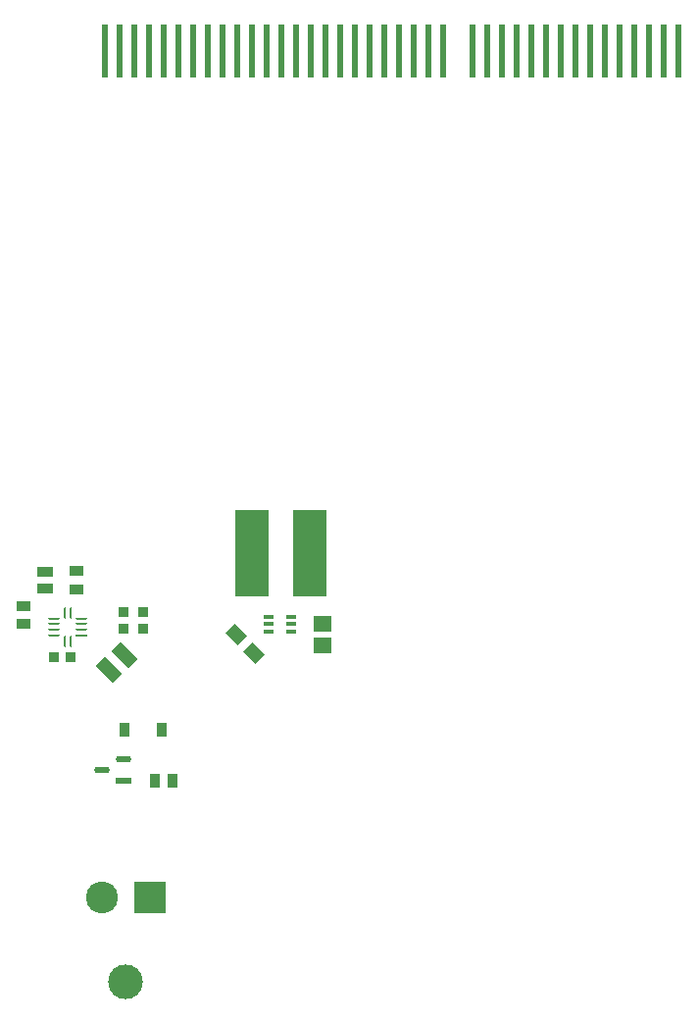
<source format=gbr>
%TF.GenerationSoftware,Altium Limited,Altium Designer,22.9.1 (49)*%
G04 Layer_Color=255*
%FSLAX45Y45*%
%MOMM*%
%TF.SameCoordinates,682DF52B-C038-4893-B781-CD12F227844D*%
%TF.FilePolarity,Positive*%
%TF.FileFunction,Pads,Top*%
%TF.Part,Single*%
G01*
G75*
%TA.AperFunction,SMDPad,CuDef*%
%ADD10R,1.55620X1.45464*%
%ADD11R,3.00000X7.50000*%
%ADD12R,0.90000X0.35000*%
G04:AMPARAMS|DCode=13|XSize=1.15mm|YSize=1.55mm|CornerRadius=0mm|HoleSize=0mm|Usage=FLASHONLY|Rotation=225.000|XOffset=0mm|YOffset=0mm|HoleType=Round|Shape=Rectangle|*
%AMROTATEDRECTD13*
4,1,4,-0.14142,0.95459,0.95459,-0.14142,0.14142,-0.95459,-0.95459,0.14142,-0.14142,0.95459,0.0*
%
%ADD13ROTATEDRECTD13*%

G04:AMPARAMS|DCode=14|XSize=1.1549mm|YSize=2.1062mm|CornerRadius=0mm|HoleSize=0mm|Usage=FLASHONLY|Rotation=45.000|XOffset=0mm|YOffset=0mm|HoleType=Round|Shape=Rectangle|*
%AMROTATEDRECTD14*
4,1,4,0.33634,-1.15297,-1.15297,0.33634,-0.33634,1.15297,1.15297,-0.33634,0.33634,-1.15297,0.0*
%
%ADD14ROTATEDRECTD14*%

%ADD15R,1.26213X0.95464*%
%ADD16R,1.35000X0.95000*%
G04:AMPARAMS|DCode=17|XSize=0.24247mm|YSize=1.00964mm|CornerRadius=0.12124mm|HoleSize=0mm|Usage=FLASHONLY|Rotation=180.000|XOffset=0mm|YOffset=0mm|HoleType=Round|Shape=RoundedRectangle|*
%AMROUNDEDRECTD17*
21,1,0.24247,0.76716,0,0,180.0*
21,1,0.00000,1.00964,0,0,180.0*
1,1,0.24247,0.00000,0.38358*
1,1,0.24247,0.00000,0.38358*
1,1,0.24247,0.00000,-0.38358*
1,1,0.24247,0.00000,-0.38358*
%
%ADD17ROUNDEDRECTD17*%
G04:AMPARAMS|DCode=18|XSize=1.00964mm|YSize=0.24247mm|CornerRadius=0.12124mm|HoleSize=0mm|Usage=FLASHONLY|Rotation=180.000|XOffset=0mm|YOffset=0mm|HoleType=Round|Shape=RoundedRectangle|*
%AMROUNDEDRECTD18*
21,1,1.00964,0.00000,0,0,180.0*
21,1,0.76716,0.24247,0,0,180.0*
1,1,0.24247,-0.38358,0.00000*
1,1,0.24247,0.38358,0.00000*
1,1,0.24247,0.38358,0.00000*
1,1,0.24247,-0.38358,0.00000*
%
%ADD18ROUNDEDRECTD18*%
%ADD19R,1.00964X0.24247*%
%ADD20R,0.91000X1.22000*%
G04:AMPARAMS|DCode=21|XSize=1.35872mm|YSize=0.58684mm|CornerRadius=0.29342mm|HoleSize=0mm|Usage=FLASHONLY|Rotation=180.000|XOffset=0mm|YOffset=0mm|HoleType=Round|Shape=RoundedRectangle|*
%AMROUNDEDRECTD21*
21,1,1.35872,0.00000,0,0,180.0*
21,1,0.77188,0.58684,0,0,180.0*
1,1,0.58684,-0.38594,0.00000*
1,1,0.58684,0.38594,0.00000*
1,1,0.58684,0.38594,0.00000*
1,1,0.58684,-0.38594,0.00000*
%
%ADD21ROUNDEDRECTD21*%
%ADD22R,1.35872X0.58684*%
%ADD23R,0.95464X1.26213*%
%ADD24R,0.81280X0.86360*%
%ADD25R,0.86360X0.81280*%
%ADD26R,0.53000X4.57200*%
%TA.AperFunction,ComponentPad*%
%ADD36C,3.00000*%
%ADD37R,2.75000X2.75000*%
%ADD38C,2.75000*%
D10*
X4200000Y4812578D02*
D03*
Y4627422D02*
D03*
D11*
X3590000Y5420000D02*
D03*
X4090000D02*
D03*
D12*
X3925000Y4875000D02*
D03*
Y4810000D02*
D03*
Y4745000D02*
D03*
X3735000D02*
D03*
Y4810000D02*
D03*
Y4875000D02*
D03*
D13*
X3607782Y4562218D02*
D03*
X3452218Y4717782D02*
D03*
D14*
X2485453Y4545453D02*
D03*
X2354547Y4414547D02*
D03*
D15*
X2070000Y5112422D02*
D03*
Y5267578D02*
D03*
X1620000Y4967578D02*
D03*
Y4812422D02*
D03*
D16*
X1800000Y5265000D02*
D03*
Y5115000D02*
D03*
D17*
X2025125Y4664875D02*
D03*
X1975125D02*
D03*
Y4905125D02*
D03*
X2025125D02*
D03*
D18*
X1880000Y4710000D02*
D03*
Y4760000D02*
D03*
Y4810000D02*
D03*
Y4860000D02*
D03*
X2120250D02*
D03*
Y4810000D02*
D03*
Y4760000D02*
D03*
D19*
Y4710000D02*
D03*
D20*
X2813500Y3900000D02*
D03*
X2486500D02*
D03*
D21*
X2297329Y3550000D02*
D03*
X2482671Y3641500D02*
D03*
D22*
Y3458500D02*
D03*
D23*
X2752422Y3460000D02*
D03*
X2907578D02*
D03*
D24*
X2480000Y4912390D02*
D03*
Y4767610D02*
D03*
X2650000Y4912390D02*
D03*
Y4767610D02*
D03*
D25*
X2022390Y4530000D02*
D03*
X1877610D02*
D03*
D26*
X2317650Y9760000D02*
D03*
X2444650D02*
D03*
X2571650D02*
D03*
X2698650D02*
D03*
X2825650D02*
D03*
X2952650D02*
D03*
X3079650D02*
D03*
X3206650D02*
D03*
X3333650D02*
D03*
X3460650D02*
D03*
X3587650D02*
D03*
X3714650D02*
D03*
X3841650D02*
D03*
X3968650D02*
D03*
X4095650D02*
D03*
X4222650D02*
D03*
X4349650D02*
D03*
X4476650D02*
D03*
X4603650D02*
D03*
X4730650D02*
D03*
X4857650D02*
D03*
X4984650D02*
D03*
X5111650D02*
D03*
X5238650D02*
D03*
X5492650D02*
D03*
X5619650D02*
D03*
X5746650D02*
D03*
X5873650D02*
D03*
X6000650D02*
D03*
X6127650D02*
D03*
X6254650D02*
D03*
X6381650D02*
D03*
X6508650D02*
D03*
X6635650D02*
D03*
X6762650D02*
D03*
X6889650D02*
D03*
X7016650D02*
D03*
X7143650D02*
D03*
X7270650D02*
D03*
D36*
X2500000Y1720000D02*
D03*
D37*
X2710000Y2450000D02*
D03*
D38*
X2290000D02*
D03*
%TF.MD5,3eec1240f3a095292cb105ef5543a6ea*%
M02*

</source>
